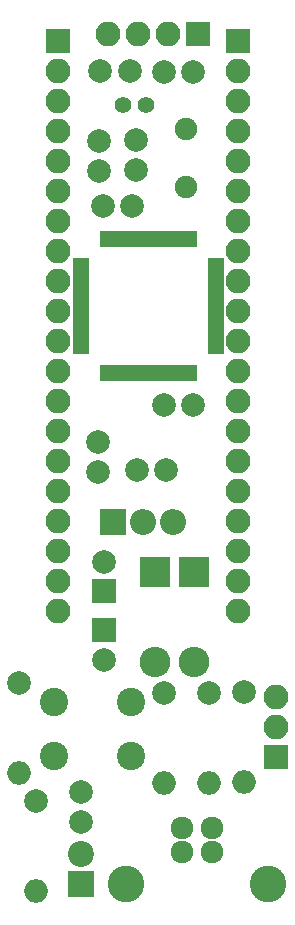
<source format=gbr>
G04 #@! TF.FileFunction,Soldermask,Top*
%FSLAX46Y46*%
G04 Gerber Fmt 4.6, Leading zero omitted, Abs format (unit mm)*
G04 Created by KiCad (PCBNEW 4.0.7) date 12/01/18 01:17:17*
%MOMM*%
%LPD*%
G01*
G04 APERTURE LIST*
%ADD10C,0.100000*%
%ADD11R,2.100000X2.100000*%
%ADD12O,2.100000X2.100000*%
%ADD13C,2.400000*%
%ADD14R,0.650000X1.400000*%
%ADD15R,1.400000X0.650000*%
%ADD16C,1.900000*%
%ADD17R,2.200000X2.200000*%
%ADD18O,2.200000X2.200000*%
%ADD19C,2.000000*%
%ADD20C,1.400000*%
%ADD21R,2.000000X2.000000*%
%ADD22C,2.200000*%
%ADD23R,2.600000X2.600000*%
%ADD24O,2.600000X2.600000*%
%ADD25C,1.920000*%
%ADD26C,3.100000*%
%ADD27O,2.000000X2.000000*%
G04 APERTURE END LIST*
D10*
D11*
X61110000Y-34158000D03*
D12*
X61110000Y-36698000D03*
X61110000Y-39238000D03*
X61110000Y-41778000D03*
X61110000Y-44318000D03*
X61110000Y-46858000D03*
X61110000Y-49398000D03*
X61110000Y-51938000D03*
X61110000Y-54478000D03*
X61110000Y-57018000D03*
X61110000Y-59558000D03*
X61110000Y-62098000D03*
X61110000Y-64638000D03*
X61110000Y-67178000D03*
X61110000Y-69718000D03*
X61110000Y-72258000D03*
X61110000Y-74798000D03*
X61110000Y-77338000D03*
X61110000Y-79878000D03*
X61110000Y-82418000D03*
D13*
X60820300Y-94695400D03*
X60820300Y-90195400D03*
X67320300Y-94695400D03*
X67320300Y-90195400D03*
D14*
X72584000Y-50942000D03*
X72084000Y-50942000D03*
X71584000Y-50942000D03*
X71084000Y-50942000D03*
X70584000Y-50942000D03*
X70084000Y-50942000D03*
X69584000Y-50942000D03*
X69084000Y-50942000D03*
X68584000Y-50942000D03*
X68084000Y-50942000D03*
X67584000Y-50942000D03*
X67084000Y-50942000D03*
X66584000Y-50942000D03*
X66084000Y-50942000D03*
X65584000Y-50942000D03*
X65084000Y-50942000D03*
D15*
X63134000Y-52892000D03*
X63134000Y-53392000D03*
X63134000Y-53892000D03*
X63134000Y-54392000D03*
X63134000Y-54892000D03*
X63134000Y-55392000D03*
X63134000Y-55892000D03*
X63134000Y-56392000D03*
X63134000Y-56892000D03*
X63134000Y-57392000D03*
X63134000Y-57892000D03*
X63134000Y-58392000D03*
X63134000Y-58892000D03*
X63134000Y-59392000D03*
X63134000Y-59892000D03*
X63134000Y-60392000D03*
D14*
X65084000Y-62342000D03*
X65584000Y-62342000D03*
X66084000Y-62342000D03*
X66584000Y-62342000D03*
X67084000Y-62342000D03*
X67584000Y-62342000D03*
X68084000Y-62342000D03*
X68584000Y-62342000D03*
X69084000Y-62342000D03*
X69584000Y-62342000D03*
X70084000Y-62342000D03*
X70584000Y-62342000D03*
X71084000Y-62342000D03*
X71584000Y-62342000D03*
X72084000Y-62342000D03*
X72584000Y-62342000D03*
D15*
X74534000Y-60392000D03*
X74534000Y-59892000D03*
X74534000Y-59392000D03*
X74534000Y-58892000D03*
X74534000Y-58392000D03*
X74534000Y-57892000D03*
X74534000Y-57392000D03*
X74534000Y-56892000D03*
X74534000Y-56392000D03*
X74534000Y-55892000D03*
X74534000Y-55392000D03*
X74534000Y-54892000D03*
X74534000Y-54392000D03*
X74534000Y-53892000D03*
X74534000Y-53392000D03*
X74534000Y-52892000D03*
D16*
X72009000Y-41656000D03*
X72009000Y-46536000D03*
D17*
X65836800Y-74930000D03*
D18*
X68376800Y-74930000D03*
X70916800Y-74930000D03*
D11*
X76350000Y-34158000D03*
D12*
X76350000Y-36698000D03*
X76350000Y-39238000D03*
X76350000Y-41778000D03*
X76350000Y-44318000D03*
X76350000Y-46858000D03*
X76350000Y-49398000D03*
X76350000Y-51938000D03*
X76350000Y-54478000D03*
X76350000Y-57018000D03*
X76350000Y-59558000D03*
X76350000Y-62098000D03*
X76350000Y-64638000D03*
X76350000Y-67178000D03*
X76350000Y-69718000D03*
X76350000Y-72258000D03*
X76350000Y-74798000D03*
X76350000Y-77338000D03*
X76350000Y-79878000D03*
X76350000Y-82418000D03*
D19*
X67767200Y-45110400D03*
X67767200Y-42610400D03*
X64617600Y-45161200D03*
X64617600Y-42661200D03*
X70104000Y-36830000D03*
X72604000Y-36830000D03*
X67233800Y-36753800D03*
X64733800Y-36753800D03*
D11*
X72974200Y-33591500D03*
D12*
X70434200Y-33591500D03*
X67894200Y-33591500D03*
X65354200Y-33591500D03*
D20*
X66675000Y-39624000D03*
X68575000Y-39624000D03*
D19*
X67437000Y-48196500D03*
X64937000Y-48196500D03*
D21*
X65024000Y-84074000D03*
D19*
X65024000Y-86574000D03*
X70307200Y-70510400D03*
X67807200Y-70510400D03*
D21*
X65024000Y-80772000D03*
D19*
X65024000Y-78272000D03*
X63119000Y-97790000D03*
X63119000Y-100290000D03*
D17*
X63088520Y-105557320D03*
D22*
X63088520Y-103017320D03*
D23*
X69342000Y-79121000D03*
D24*
X69342000Y-86741000D03*
D23*
X72644000Y-79121000D03*
D24*
X72644000Y-86741000D03*
D25*
X71628000Y-100838000D03*
X74168000Y-100838000D03*
X74168000Y-102838000D03*
X71628000Y-102838000D03*
D26*
X66898000Y-105538000D03*
X78898000Y-105538000D03*
D19*
X70154800Y-89408000D03*
D27*
X70154800Y-97028000D03*
D19*
X76911200Y-89306400D03*
D27*
X76911200Y-96926400D03*
D19*
X73926700Y-89382600D03*
D27*
X73926700Y-97002600D03*
D19*
X57835800Y-88519000D03*
D27*
X57835800Y-96139000D03*
D19*
X59309000Y-98552000D03*
D27*
X59309000Y-106172000D03*
D19*
X64516000Y-70662800D03*
X64516000Y-68162800D03*
X70104000Y-64998600D03*
X72604000Y-64998600D03*
D11*
X79603600Y-94843600D03*
D12*
X79603600Y-92303600D03*
X79603600Y-89763600D03*
M02*

</source>
